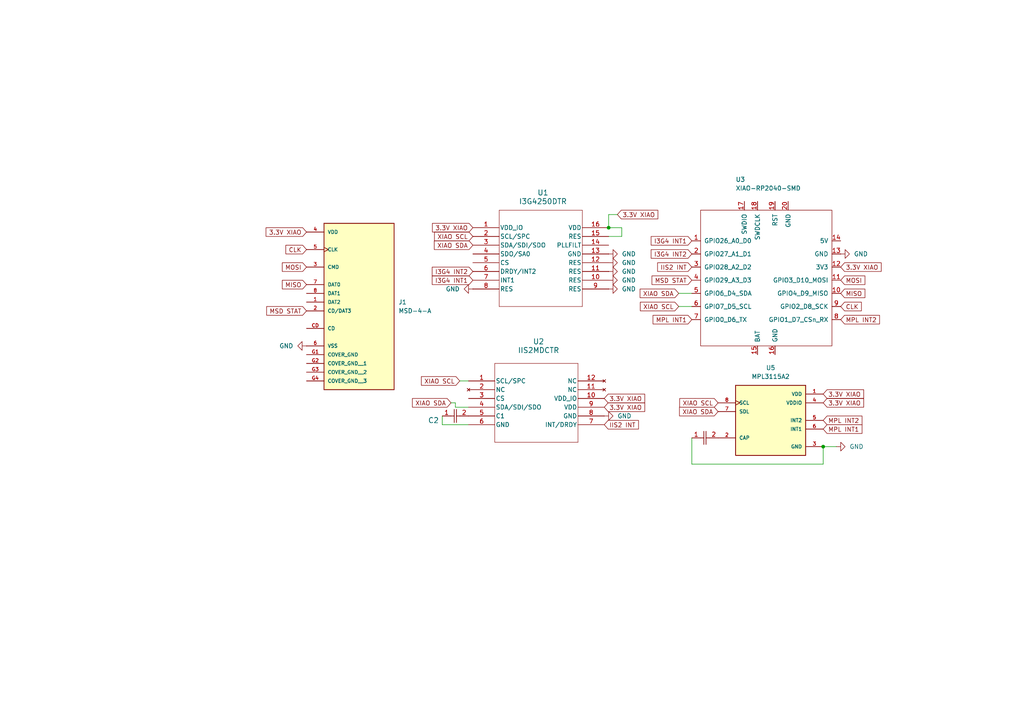
<source format=kicad_sch>
(kicad_sch (version 20250114) (generator "eeschema") (generator_version "9.0")
  (paper "A4")
  (title_block (title "Odyssey") (date "4/23/2025") (company "Hack Club") (comment 1 "apex.hackclub.com"))
  (lib_symbols
    (symbol "CAP:0402B104K160CT" (pin_names (offset 0.254))
      (property "Reference" "C" (at 3.81 3.81 0))
      (property "Value" "0402B104K160CT" (at 3.81 -3.81 0))
      (symbol "0402B104K160CT_1_1"
        (polyline (pts (xy 2.54 0) (xy 3.4798 0)) (stroke (width 0.2032)))
        (polyline (pts (xy 3.4798 -1.905) (xy 3.4798 1.905)) (stroke (width 0.2032)))
        (polyline (pts (xy 4.1148 0) (xy 5.08 0)) (stroke (width 0.2032)))
        (polyline (pts (xy 4.1148 -1.905) (xy 4.1148 1.905)) (stroke (width 0.2032)))
        (pin unspecified line (at 0 0 0) (length 2.54) (name "") (number "1"))
        (pin unspecified line (at 7.62 0 180) (length 2.54) (name "") (number "2"))
      )
      (symbol "0402B104K160CT_1_2"
        (polyline (pts (xy -1.905 -3.4798) (xy 1.905 -3.4798)) (stroke (width 0.2032)))
        (polyline (pts (xy -1.905 -4.1148) (xy 1.905 -4.1148)) (stroke (width 0.2032)))
        (polyline (pts (xy 0 -2.54) (xy 0 -3.4798)) (stroke (width 0.2032)))
        (polyline (pts (xy 0 -4.1148) (xy 0 -5.08)) (stroke (width 0.2032)))
        (pin unspecified line (at 0 0 270) (length 2.54) (name "") (number "1"))
        (pin unspecified line (at 0 -7.62 90) (length 2.54) (name "") (number "2"))
      )
    )
    (symbol "I3G4250DTR:I3G4250DTR" (pin_names (offset 0.254))
      (property "Reference" "U1" (at 30.48 10.16 0))
      (property "Value" "I3G4250DTR" (at 30.48 7.62 0))
      (symbol "I3G4250DTR_0_1"
        (polyline (pts (xy 7.62 5.08) (xy 7.62 -22.86)) (stroke (width 0.127)))
        (polyline (pts (xy 7.62 -22.86) (xy 31.75 -22.86)) (stroke (width 0.127)))
        (polyline (pts (xy 31.75 5.08) (xy 7.62 5.08)) (stroke (width 0.127)))
        (polyline (pts (xy 31.75 -22.86) (xy 31.75 5.08)) (stroke (width 0.127)))
        (pin power_in line (at 0 0 0) (length 7.62) (name "VDD_IO") (number "1"))
        (pin unspecified line (at 0 -2.54 0) (length 7.62) (name "SCL/SPC") (number "2"))
        (pin unspecified line (at 0 -5.08 0) (length 7.62) (name "SDA/SDI/SDO") (number "3"))
        (pin unspecified line (at 0 -7.62 0) (length 7.62) (name "SDO/SA0") (number "4"))
        (pin unspecified line (at 0 -10.16 0) (length 7.62) (name "CS") (number "5"))
        (pin unspecified line (at 0 -12.7 0) (length 7.62) (name "DRDY/INT2") (number "6"))
        (pin input line (at 0 -15.24 0) (length 7.62) (name "INT1") (number "7"))
        (pin power_out line (at 0 -17.78 0) (length 7.62) (name "RES") (number "8"))
        (pin power_in line (at 39.37 0 180) (length 7.62) (name "VDD") (number "16"))
        (pin power_in line (at 39.37 -2.54 180) (length 7.62) (name "RES") (number "15"))
        (pin unspecified line (at 39.37 -5.08 180) (length 7.62) (name "PLLFILT") (number "14"))
        (pin power_out line (at 39.37 -7.62 180) (length 7.62) (name "GND") (number "13"))
        (pin power_out line (at 39.37 -10.16 180) (length 7.62) (name "RES") (number "12"))
        (pin power_out line (at 39.37 -12.7 180) (length 7.62) (name "RES") (number "11"))
        (pin power_out line (at 39.37 -15.24 180) (length 7.62) (name "RES") (number "10"))
        (pin power_out line (at 39.37 -17.78 180) (length 7.62) (name "RES") (number "9"))
      )
    )
    (symbol "IIS2MDCTR:IIS2MDCTR" (pin_names (offset 0.254))
      (property "Reference" "U2" (at 33.02 10.16 0))
      (property "Value" "IIS2MDCTR" (at 33.02 7.62 0))
      (symbol "IIS2MDCTR_0_1"
        (polyline (pts (xy 7.62 5.08) (xy 7.62 -17.78)) (stroke (width 0.127)))
        (polyline (pts (xy 7.62 -17.78) (xy 31.75 -17.78)) (stroke (width 0.127)))
        (polyline (pts (xy 31.75 5.08) (xy 7.62 5.08)) (stroke (width 0.127)))
        (polyline (pts (xy 31.75 -17.78) (xy 31.75 5.08)) (stroke (width 0.127)))
        (pin bidirectional line (at 0 0 0) (length 7.62) (name "SCL/SPC") (number "1"))
        (pin no_connect line (at 0 -2.54 0) (length 7.62) (name "NC") (number "2"))
        (pin input line (at 0 -5.08 0) (length 7.62) (name "CS") (number "3"))
        (pin bidirectional line (at 0 -7.62 0) (length 7.62) (name "SDA/SDI/SDO") (number "4"))
        (pin unspecified line (at 0 -10.16 0) (length 7.62) (name "C1") (number "5"))
        (pin power_out line (at 0 -12.7 0) (length 7.62) (name "GND") (number "6"))
        (pin no_connect line (at 39.37 0 180) (length 7.62) (name "NC") (number "12"))
        (pin no_connect line (at 39.37 -2.54 180) (length 7.62) (name "NC") (number "11"))
        (pin power_in line (at 39.37 -5.08 180) (length 7.62) (name "VDD_IO") (number "10"))
        (pin power_in line (at 39.37 -7.62 180) (length 7.62) (name "VDD") (number "9"))
        (pin power_out line (at 39.37 -10.16 180) (length 7.62) (name "GND") (number "8"))
        (pin output line (at 39.37 -12.7 180) (length 7.62) (name "INT/DRDY") (number "7"))
      )
    )
    (symbol "MPL3115A2:MPL3115A2" (pin_names (offset 1.016))
      (property "Reference" "U" (at -9.6599 10.931 0))
      (property "Value" "MPL3115A2" (at -9.9153 -11.9492 0))
      (symbol "MPL3115A2_0_0"
        (rectangle (start -10.16 -10.16) (end 10.16 10.16) (stroke (width 0.254)) (fill (type background)))
        (pin input clock (at -15.24 5.08 0) (length 5.08) (name "SCL") (number "8"))
        (pin bidirectional line (at -15.24 2.54 0) (length 5.08) (name "SDL") (number "7"))
        (pin bidirectional line (at -15.24 -5.08 0) (length 5.08) (name "CAP") (number "2"))
        (pin power_in line (at 15.24 7.62 180) (length 5.08) (name "VDD") (number "1"))
        (pin power_in line (at 15.24 5.08 180) (length 5.08) (name "VDDIO") (number "4"))
        (pin output line (at 15.24 0 180) (length 5.08) (name "INT2") (number "5"))
        (pin output line (at 15.24 -2.54 180) (length 5.08) (name "INT1") (number "6"))
        (pin power_in line (at 15.24 -7.62 180) (length 5.08) (name "GND") (number "3"))
      )
    )
    (symbol "MSD-4-A:MSD-4-A" (pin_names (offset 1.016))
      (property "Reference" "J" (at -10.16 21.082 0))
      (property "Value" "MSD-4-A" (at -10.16 -30.48 0))
      (symbol "MSD-4-A_0_0"
        (rectangle (start -10.16 -27.94) (end 10.16 20.32) (stroke (width 0.254)) (fill (type background)))
        (pin power_in line (at -15.24 17.78 0) (length 5.08) (name "VDD") (number "4"))
        (pin input clock (at -15.24 12.7 0) (length 5.08) (name "CLK") (number "5"))
        (pin bidirectional line (at -15.24 7.62 0) (length 5.08) (name "CMD") (number "3"))
        (pin bidirectional line (at -15.24 2.54 0) (length 5.08) (name "DAT0") (number "7"))
        (pin bidirectional line (at -15.24 0 0) (length 5.08) (name "DAT1") (number "8"))
        (pin bidirectional line (at -15.24 -2.54 0) (length 5.08) (name "DAT2") (number "1"))
        (pin bidirectional line (at -15.24 -5.08 0) (length 5.08) (name "CD/DAT3") (number "2"))
        (pin passive line (at -15.24 -10.16 0) (length 5.08) (name "CD") (number "CD"))
        (pin power_in line (at -15.24 -15.24 0) (length 5.08) (name "VSS") (number "6"))
        (pin power_in line (at -15.24 -17.78 0) (length 5.08) (name "COVER_GND") (number "G1"))
        (pin power_in line (at -15.24 -20.32 0) (length 5.08) (name "COVER_GND__1") (number "G2"))
        (pin power_in line (at -15.24 -22.86 0) (length 5.08) (name "COVER_GND__2") (number "G3"))
        (pin power_in line (at -15.24 -25.4 0) (length 5.08) (name "COVER_GND__3") (number "G4"))
      )
    )
    (symbol "Seeed_Studio_XIAO_Series:XIAO-RP2040-SMD" (pin_names (offset 1.016))
      (property "Reference" "U" (at -18.542 23.114 0))
      (property "Value" "XIAO-RP2040-SMD" (at -8.382 21.336 0))
      (symbol "XIAO-RP2040-SMD_0_1"
        (rectangle (start 19.05 -19.05) (end -19.05 20.32))
      )
      (symbol "XIAO-RP2040-SMD_1_1"
        (pin passive line (at -21.59 11.43 0) (length 2.54) (name "GPIO26_A0_D0") (number "1"))
        (pin passive line (at -21.59 7.62 0) (length 2.54) (name "GPIO27_A1_D1") (number "2"))
        (pin passive line (at -21.59 3.81 0) (length 2.54) (name "GPIO28_A2_D2") (number "3"))
        (pin passive line (at -21.59 0 0) (length 2.54) (name "GPIO29_A3_D3") (number "4"))
        (pin passive line (at -21.59 -3.81 0) (length 2.54) (name "GPIO6_D4_SDA") (number "5"))
        (pin passive line (at -21.59 -7.62 0) (length 2.54) (name "GPIO7_D5_SCL") (number "6"))
        (pin passive line (at -21.59 -11.43 0) (length 2.54) (name "GPIO0_D6_TX") (number "7"))
        (pin passive line (at -6.35 22.86 270) (length 2.54) (name "SWDIO") (number "17"))
        (pin passive line (at -2.54 22.86 270) (length 2.54) (name "SWDCLK") (number "18"))
        (pin passive line (at -2.54 -21.59 90) (length 2.54) (name "BAT") (number "15"))
        (pin passive line (at 2.54 22.86 270) (length 2.54) (name "RST") (number "19"))
        (pin passive line (at 2.54 -21.59 90) (length 2.54) (name "GND") (number "16"))
        (pin passive line (at 6.35 22.86 270) (length 2.54) (name "GND") (number "20"))
        (pin passive line (at 21.59 11.43 180) (length 2.54) (name "5V") (number "14"))
        (pin passive line (at 21.59 7.62 180) (length 2.54) (name "GND") (number "13"))
        (pin passive line (at 21.59 3.81 180) (length 2.54) (name "3V3") (number "12"))
        (pin passive line (at 21.59 0 180) (length 2.54) (name "GPIO3_D10_MOSI") (number "11"))
        (pin passive line (at 21.59 -3.81 180) (length 2.54) (name "GPIO4_D9_MISO") (number "10"))
        (pin passive line (at 21.59 -7.62 180) (length 2.54) (name "GPIO2_D8_SCK") (number "9"))
        (pin passive line (at 21.59 -11.43 180) (length 2.54) (name "GPIO1_D7_CSn_RX") (number "8"))
      )
    )
    (symbol "power:GND" (power) (pin_numbers (hide yes)) (pin_names (offset 0) (hide yes))
      (property "Value" "GND" (at 0 -3.81 0))
      (symbol "GND_0_1"
        (polyline (pts (xy 0 0) (xy 0 -1.27) (xy 1.27 -1.27) (xy 0 -2.54) (xy -1.27 -1.27) (xy 0 -1.27)))
      )
      (symbol "GND_1_1"
        (pin power_in line (at 0 0 270) (length 0) (name "~") (number "1"))
      )
    )
  )
  (junction (at 176.53 66.04))
  (junction (at 238.76 129.54))
  (wire (pts (xy 242.57 129.54) (xy 238.76 129.54)))
  (wire (pts (xy 179.07 62.23) (xy 176.53 62.23)))
  (wire (pts (xy 128.27 123.19) (xy 128.27 120.65)))
  (wire (pts (xy 200.66 134.62) (xy 238.76 134.62)))
  (wire (pts (xy 176.53 66.04) (xy 180.34 66.04)))
  (wire (pts (xy 176.53 62.23) (xy 176.53 66.04)))
  (wire (pts (xy 135.89 110.49) (xy 133.35 110.49)))
  (wire (pts (xy 132.08 116.84) (xy 132.08 118.11)))
  (wire (pts (xy 135.89 123.19) (xy 128.27 123.19)))
  (wire (pts (xy 238.76 134.62) (xy 238.76 129.54)))
  (wire (pts (xy 196.85 85.09) (xy 200.66 85.09)))
  (wire (pts (xy 200.66 127) (xy 200.66 134.62)))
  (wire (pts (xy 196.85 88.9) (xy 200.66 88.9)))
  (wire (pts (xy 176.53 68.58) (xy 180.34 68.58)))
  (wire (pts (xy 132.08 116.84) (xy 130.81 116.84)))
  (wire (pts (xy 180.34 66.04) (xy 180.34 68.58)))
  (wire (pts (xy 132.08 118.11) (xy 135.89 118.11)))
  (global_label "MOSI" (shape input) (at 88.9 77.47 180) (property "Intersheetrefs" "${INTERSHEET_REFS}" (effects (hide yes))))
  (global_label "I3G4 INT1" (shape input) (at 200.66 69.85 180) (property "Intersheetrefs" "${INTERSHEET_REFS}" (effects (hide yes))))
  (global_label "XIAO SDA" (shape input) (at 137.16 71.12 180) (property "Intersheetrefs" "${INTERSHEET_REFS}" (effects (hide yes))))
  (global_label "3.3V XIAO" (shape input) (at 137.16 66.04 180) (property "Intersheetrefs" "${INTERSHEET_REFS}" (effects (hide yes))))
  (global_label "3.3V XIAO" (shape input) (at 238.76 114.3 0) (property "Intersheetrefs" "${INTERSHEET_REFS}" (effects (hide yes))))
  (global_label "MPL INT1" (shape input) (at 200.66 92.71 180) (property "Intersheetrefs" "${INTERSHEET_REFS}" (effects (hide yes))))
  (global_label "3.3V XIAO" (shape input) (at 88.9 67.31 180) (property "Intersheetrefs" "${INTERSHEET_REFS}" (effects (hide yes))))
  (global_label "XIAO SDA" (shape input) (at 130.81 116.84 180) (property "Intersheetrefs" "${INTERSHEET_REFS}" (effects (hide yes))))
  (global_label "XIAO SCL" (shape input) (at 196.85 88.9 180) (property "Intersheetrefs" "${INTERSHEET_REFS}" (effects (hide yes))))
  (global_label "3.3V XIAO" (shape input) (at 175.26 118.11 0) (property "Intersheetrefs" "${INTERSHEET_REFS}" (effects (hide yes))))
  (global_label "XIAO SCL" (shape input) (at 208.28 116.84 180) (property "Intersheetrefs" "${INTERSHEET_REFS}" (effects (hide yes))))
  (global_label "XIAO SCL" (shape input) (at 137.16 68.58 180) (property "Intersheetrefs" "${INTERSHEET_REFS}" (effects (hide yes))))
  (global_label "MSD STAT" (shape input) (at 88.9 90.17 180) (property "Intersheetrefs" "${INTERSHEET_REFS}" (effects (hide yes))))
  (global_label "MPL INT2" (shape input) (at 238.76 121.92 0) (property "Intersheetrefs" "${INTERSHEET_REFS}" (effects (hide yes))))
  (global_label "I3G4 INT2" (shape input) (at 200.66 73.66 180) (property "Intersheetrefs" "${INTERSHEET_REFS}" (effects (hide yes))))
  (global_label "MISO" (shape input) (at 243.84 85.09 0) (property "Intersheetrefs" "${INTERSHEET_REFS}" (effects (hide yes))))
  (global_label "XIAO SDA" (shape input) (at 196.85 85.09 180) (property "Intersheetrefs" "${INTERSHEET_REFS}" (effects (hide yes))))
  (global_label "CLK" (shape input) (at 243.84 88.9 0) (property "Intersheetrefs" "${INTERSHEET_REFS}" (effects (hide yes))))
  (global_label "CLK" (shape input) (at 88.9 72.39 180) (property "Intersheetrefs" "${INTERSHEET_REFS}" (effects (hide yes))))
  (global_label "MISO" (shape input) (at 88.9 82.55 180) (property "Intersheetrefs" "${INTERSHEET_REFS}" (effects (hide yes))))
  (global_label "IIS2 INT" (shape input) (at 200.66 77.47 180) (property "Intersheetrefs" "${INTERSHEET_REFS}" (effects (hide yes))))
  (global_label "XIAO SCL" (shape input) (at 133.35 110.49 180) (property "Intersheetrefs" "${INTERSHEET_REFS}" (effects (hide yes))))
  (global_label "MPL INT1" (shape input) (at 238.76 124.46 0) (property "Intersheetrefs" "${INTERSHEET_REFS}" (effects (hide yes))))
  (global_label "3.3V XIAO" (shape input) (at 238.76 116.84 0) (property "Intersheetrefs" "${INTERSHEET_REFS}" (effects (hide yes))))
  (global_label "XIAO SDA" (shape input) (at 208.28 119.38 180) (property "Intersheetrefs" "${INTERSHEET_REFS}" (effects (hide yes))))
  (global_label "MPL INT2" (shape input) (at 243.84 92.71 0) (property "Intersheetrefs" "${INTERSHEET_REFS}" (effects (hide yes))))
  (global_label "MSD STAT" (shape input) (at 200.66 81.28 180) (property "Intersheetrefs" "${INTERSHEET_REFS}" (effects (hide yes))))
  (global_label "IIS2 INT" (shape input) (at 175.26 123.19 0) (property "Intersheetrefs" "${INTERSHEET_REFS}" (effects (hide yes))))
  (global_label "3.3V XIAO" (shape input) (at 179.07 62.23 0) (property "Intersheetrefs" "${INTERSHEET_REFS}" (effects (hide yes))))
  (global_label "MOSI" (shape input) (at 243.84 81.28 0) (property "Intersheetrefs" "${INTERSHEET_REFS}" (effects (hide yes))))
  (global_label "I3G4 INT1" (shape input) (at 137.16 81.28 180) (property "Intersheetrefs" "${INTERSHEET_REFS}" (effects (hide yes))))
  (global_label "I3G4 INT2" (shape input) (at 137.16 78.74 180) (property "Intersheetrefs" "${INTERSHEET_REFS}" (effects (hide yes))))
  (global_label "3.3V XIAO" (shape input) (at 243.84 77.47 0) (property "Intersheetrefs" "${INTERSHEET_REFS}" (effects (hide yes))))
  (global_label "3.3V XIAO" (shape input) (at 175.26 115.57 0) (property "Intersheetrefs" "${INTERSHEET_REFS}" (effects (hide yes))))
  (symbol (lib_id "Seeed_Studio_XIAO_Series:XIAO-RP2040-SMD") (at 222.25 81.28 0) (unit 1)
    (property "Reference" "U3" (at 213.36 52.07 0) (effects (justify left)))
    (property "Value" "XIAO-RP2040-SMD" (at 213.36 54.61 0) (effects (justify left)))
    (property "Footprint" "footprints:XIAO-RP2040-SMD" (effects (hide yes)))
  )
  (symbol (lib_id "power:GND") (at 243.84 73.66 90) (unit 1)
    (property "Reference" "#PWR09" (effects (hide yes)))
    (property "Value" "GND" (at 247.65 73.6599 90) (effects (justify right)))
    (property "Description" "Power symbol creates a global label with name \"GND\" , ground" (effects (hide yes)))
  )
  (symbol (lib_id "power:GND") (at 176.53 73.66 90) (unit 1)
    (property "Reference" "#PWR07" (effects (hide yes)))
    (property "Value" "GND" (at 180.34 73.6599 90) (effects (justify right)))
    (property "Description" "Power symbol creates a global label with name \"GND\" , ground" (effects (hide yes)))
  )
  (symbol (lib_id "power:GND") (at 175.26 120.65 90) (unit 1)
    (property "Reference" "#PWR01" (effects (hide yes)))
    (property "Value" "GND" (at 179.07 120.6499 90) (effects (justify right)))
    (property "Description" "Power symbol creates a global label with name \"GND\" , ground" (effects (hide yes)))
  )
  (symbol (lib_id "IIS2MDCTR:IIS2MDCTR") (at 135.89 110.49 0) (unit 1)
    (property "Reference" "U2" (at 156.21 99.06 0) (effects (font (size 1.524 1.524))))
    (property "Value" "IIS2MDCTR" (at 156.21 101.6 0) (effects (font (size 1.524 1.524))))
    (property "Footprint" "footprints:IIS2MDCTR" (effects (hide yes)))
    (property "Datasheet" "IIS2MDCTR" (effects (hide yes)))
  )
  (symbol (lib_id "power:GND") (at 137.16 83.82 270) (unit 1)
    (property "Reference" "#PWR02" (effects (hide yes)))
    (property "Value" "GND" (at 133.35 83.8199 90) (effects (justify right)))
    (property "Description" "Power symbol creates a global label with name \"GND\" , ground" (effects (hide yes)))
  )
  (symbol (lib_id "CAP:0402B104K160CT") (at 128.27 120.65 0) (unit 1)
    (property "Reference" "C3" (effects (hide yes)))
    (property "Value" "C2" (at 125.73 121.92 0) (effects (font (size 1.524 1.524))))
    (property "Footprint" "footprints:CAP_0402_N_WAL" (effects (hide yes)))
    (property "Datasheet" "0402B104K160CT" (effects (hide yes)))
  )
  (symbol (lib_id "power:GND") (at 176.53 78.74 90) (unit 1)
    (property "Reference" "#PWR05" (effects (hide yes)))
    (property "Value" "GND" (at 180.34 78.7399 90) (effects (justify right)))
    (property "Description" "Power symbol creates a global label with name \"GND\" , ground" (effects (hide yes)))
  )
  (symbol (lib_id "MSD-4-A:MSD-4-A") (at 104.14 85.09 0) (unit 1)
    (property "Reference" "J1" (at 115.57 87.6299 0) (effects (justify left)))
    (property "Value" "MSD-4-A" (at 115.57 90.1699 0) (effects (justify left)))
    (property "Footprint" "footprints:CUI_MSD-4-A" (effects (hide yes)))
    (property "PARTREV" "1.0" (effects (hide yes)))
    (property "STANDARD" "Manufacturer Recommendations" (effects (hide yes)))
    (property "MAXIMUM_PACKAGE_HEIGHT" "2.00mm" (effects (hide yes)))
    (property "MANUFACTURER" "CUI Devices" (effects (hide yes)))
  )
  (symbol (lib_id "power:GND") (at 176.53 81.28 90) (unit 1)
    (property "Reference" "#PWR04" (effects (hide yes)))
    (property "Value" "GND" (at 180.34 81.2799 90) (effects (justify right)))
    (property "Description" "Power symbol creates a global label with name \"GND\" , ground" (effects (hide yes)))
  )
  (symbol (lib_id "I3G4250DTR:I3G4250DTR") (at 137.16 66.04 0) (unit 1)
    (property "Reference" "U1" (at 157.48 55.88 0) (effects (font (size 1.524 1.524))))
    (property "Value" "I3G4250DTR" (at 157.48 58.42 0) (effects (font (size 1.524 1.524))))
    (property "Footprint" "footprints:I3G4250DTR" (effects (hide yes)))
    (property "Datasheet" "I3G4250DTR" (effects (hide yes)))
  )
  (symbol (lib_id "power:GND") (at 88.9 100.33 270) (unit 1)
    (property "Reference" "#PWR010" (effects (hide yes)))
    (property "Value" "GND" (at 85.09 100.3299 90) (effects (justify right)))
    (property "Description" "Power symbol creates a global label with name \"GND\" , ground" (effects (hide yes)))
  )
  (symbol (lib_id "power:GND") (at 176.53 83.82 90) (unit 1)
    (property "Reference" "#PWR03" (effects (hide yes)))
    (property "Value" "GND" (at 180.34 83.8199 90) (effects (justify right)))
    (property "Description" "Power symbol creates a global label with name \"GND\" , ground" (effects (hide yes)))
  )
  (symbol (lib_id "power:GND") (at 176.53 76.2 90) (unit 1)
    (property "Reference" "#PWR06" (effects (hide yes)))
    (property "Value" "GND" (at 180.34 76.1999 90) (effects (justify right)))
    (property "Description" "Power symbol creates a global label with name \"GND\" , ground" (effects (hide yes)))
  )
  (symbol (lib_id "power:GND") (at 242.57 129.54 90) (unit 1)
    (property "Reference" "#PWR08" (effects (hide yes)))
    (property "Value" "GND" (at 246.38 129.5399 90) (effects (justify right)))
    (property "Description" "Power symbol creates a global label with name \"GND\" , ground" (effects (hide yes)))
  )
  (symbol (lib_id "CAP:0402B104K160CT") (at 200.66 127 0) (unit 1)
    (property "Reference" "C1" (effects (hide yes)))
    (property "Value" "0402B104K160CT" (effects (hide yes)))
    (property "Footprint" "footprints:CAP_0402_N_WAL" (effects (hide yes)))
    (property "Datasheet" "0402B104K160CT" (effects (hide yes)))
  )
  (symbol (lib_id "MPL3115A2:MPL3115A2") (at 223.52 121.92 0) (unit 1)
    (property "Reference" "U5" (at 223.52 106.68 0))
    (property "Value" "MPL3115A2" (at 223.52 109.22 0))
    (property "Footprint" "Package_LGA:NXP_LGA-8_3x5mm_P1.25mm_H1.1mm" (effects (hide yes)))
    (property "MF" "NXP Semiconductors" (effects (hide yes)))
    (property "Description_1" "Pressure Sensor 7.25PSI ~ 15.95PSI (50kPa ~ 110kPa) Absolute - 24 b 8-TLGA" (effects (hide yes)))
    (property "Package" "TLGA-8 NXP Semiconductors" (effects (hide yes)))
    (property "Price" "None" (effects (hide yes)))
    (property "Check_prices" "https://www.snapeda.com/parts/MPL3115A2/NXP+Semiconductors/view-part/?ref=eda" (effects (hide yes)))
    (property "SnapEDA_Link" "https://www.snapeda.com/parts/MPL3115A2/NXP+Semiconductors/view-part/?ref=snap" (effects (hide yes)))
    (property "MP" "MPL3115A2" (effects (hide yes)))
    (property "Availability" "In Stock" (effects (hide yes)))
    (property "MANUFACTURER" "Freescale Semiconductor" (effects (hide yes)))
  )
)
</source>
